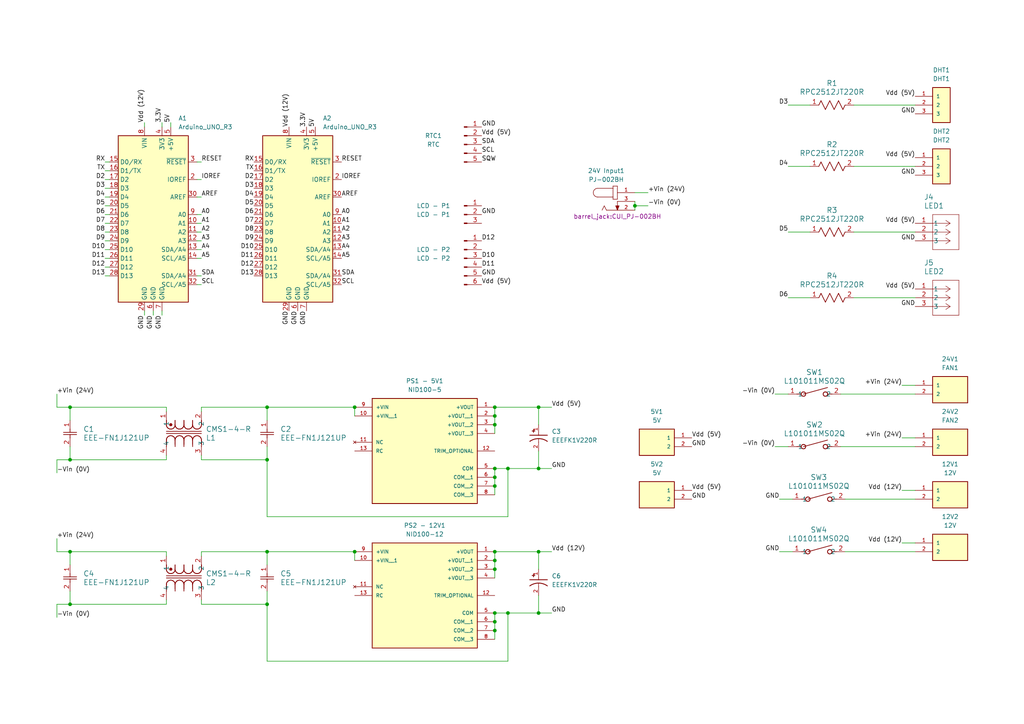
<source format=kicad_sch>
(kicad_sch (version 20230121) (generator eeschema)
  (paper "A4")
  (lib_symbols
    (symbol "120uF_cap:EEE-FN1J121UP" (pin_names (offset 0.254))
      (property "Reference" "C" (at 3.81 3.81 0))
      (property "Value" "EEE-FN1J121UP" (at 3.81 -3.81 0))
      (symbol "EEE-FN1J121UP_1_1"
        (polyline (pts (xy 2.54 0) (xy 3.4798 0)) (stroke (width 0.2032)))
        (polyline (pts (xy 3.4798 -1.905) (xy 3.4798 1.905)) (stroke (width 0.2032)))
        (polyline (pts (xy 4.1148 -1.905) (xy 4.1148 1.905)) (stroke (width 0.2032)))
        (polyline (pts (xy 4.1148 0) (xy 5.08 0)) (stroke (width 0.2032)))
        (pin unspecified line (at 0 0 0) (length 2.54) (name "") (number "1"))
        (pin unspecified line (at 7.62 0 180) (length 2.54) (name "") (number "2"))
      )
      (symbol "EEE-FN1J121UP_1_2"
        (polyline (pts (xy -1.905 -4.1148) (xy 1.905 -4.1148)) (stroke (width 0.2032)))
        (polyline (pts (xy -1.905 -3.4798) (xy 1.905 -3.4798)) (stroke (width 0.2032)))
        (polyline (pts (xy 0 -4.1148) (xy 0 -5.08)) (stroke (width 0.2032)))
        (polyline (pts (xy 0 -2.54) (xy 0 -3.4798)) (stroke (width 0.2032)))
        (pin unspecified line (at 0 0 270) (length 2.54) (name "") (number "1"))
        (pin unspecified line (at 0 -7.62 90) (length 2.54) (name "") (number "2"))
      )
    )
    (symbol "22uF_cap:EEEFK1V220R" (pin_names (offset 1.016))
      (property "Reference" "C" (at -2.54 3.81 0))
      (property "Value" "EEEFK1V220R" (at -2.54 -5.08 0))
      (symbol "EEEFK1V220R_0_0"
        (rectangle (start -1.173 -1.532) (end -0.284 -1.405) (stroke (width 0.1)) (fill (type outline)))
        (rectangle (start -0.792 -1.913) (end -0.665 -1.024) (stroke (width 0.1)) (fill (type outline)))
        (polyline (pts (xy 0 0) (xy 0.508 0)) (stroke (width 0.1524)))
        (polyline (pts (xy 0.508 0) (xy 0.508 -2.54)) (stroke (width 0.254)))
        (polyline (pts (xy 0.508 2.54) (xy 0.508 0)) (stroke (width 0.254)))
        (polyline (pts (xy 2.54 0) (xy 1.524 0)) (stroke (width 0.1524)))
        (arc (start 2.286 2.54) (mid 1.4851 0) (end 2.286 -2.54) (stroke (width 0.254)))
        (pin passive line (at -2.54 0 0) (length 2.54) (name "~") (number "1"))
        (pin passive line (at 5.08 0 180) (length 2.54) (name "~") (number "2"))
      )
    )
    (symbol "Connector:Conn_01x03_Pin" (pin_names (offset 1.016) hide)
      (property "Reference" "J" (at 0 5.08 0))
      (property "Value" "Conn_01x03_Pin" (at 0 -5.08 0))
      (symbol "Conn_01x03_Pin_1_1"
        (polyline (pts (xy 1.27 -2.54) (xy 0.8636 -2.54)) (stroke (width 0.1524)))
        (polyline (pts (xy 1.27 0) (xy 0.8636 0)) (stroke (width 0.1524)))
        (polyline (pts (xy 1.27 2.54) (xy 0.8636 2.54)) (stroke (width 0.1524)))
        (rectangle (start 0.8636 -2.413) (end 0 -2.667) (stroke (width 0.1524)) (fill (type outline)))
        (rectangle (start 0.8636 0.127) (end 0 -0.127) (stroke (width 0.1524)) (fill (type outline)))
        (rectangle (start 0.8636 2.667) (end 0 2.413) (stroke (width 0.1524)) (fill (type outline)))
        (pin passive line (at 5.08 2.54 180) (length 3.81) (name "Pin_1") (number "1"))
        (pin passive line (at 5.08 0 180) (length 3.81) (name "Pin_2") (number "2"))
        (pin passive line (at 5.08 -2.54 180) (length 3.81) (name "Pin_3") (number "3"))
      )
    )
    (symbol "Connector:Conn_01x05_Pin" (pin_names (offset 1.016) hide)
      (property "Reference" "J" (at 0 7.62 0))
      (property "Value" "Conn_01x05_Pin" (at 0 -7.62 0))
      (symbol "Conn_01x05_Pin_1_1"
        (polyline (pts (xy 1.27 -5.08) (xy 0.8636 -5.08)) (stroke (width 0.1524)))
        (polyline (pts (xy 1.27 -2.54) (xy 0.8636 -2.54)) (stroke (width 0.1524)))
        (polyline (pts (xy 1.27 0) (xy 0.8636 0)) (stroke (width 0.1524)))
        (polyline (pts (xy 1.27 2.54) (xy 0.8636 2.54)) (stroke (width 0.1524)))
        (polyline (pts (xy 1.27 5.08) (xy 0.8636 5.08)) (stroke (width 0.1524)))
        (rectangle (start 0.8636 -4.953) (end 0 -5.207) (stroke (width 0.1524)) (fill (type outline)))
        (rectangle (start 0.8636 -2.413) (end 0 -2.667) (stroke (width 0.1524)) (fill (type outline)))
        (rectangle (start 0.8636 0.127) (end 0 -0.127) (stroke (width 0.1524)) (fill (type outline)))
        (rectangle (start 0.8636 2.667) (end 0 2.413) (stroke (width 0.1524)) (fill (type outline)))
        (rectangle (start 0.8636 5.207) (end 0 4.953) (stroke (width 0.1524)) (fill (type outline)))
        (pin passive line (at 5.08 5.08 180) (length 3.81) (name "Pin_1") (number "1"))
        (pin passive line (at 5.08 2.54 180) (length 3.81) (name "Pin_2") (number "2"))
        (pin passive line (at 5.08 0 180) (length 3.81) (name "Pin_3") (number "3"))
        (pin passive line (at 5.08 -2.54 180) (length 3.81) (name "Pin_4") (number "4"))
        (pin passive line (at 5.08 -5.08 180) (length 3.81) (name "Pin_5") (number "5"))
      )
    )
    (symbol "Connector:Conn_01x06_Pin" (pin_names (offset 1.016) hide)
      (property "Reference" "J" (at 0 7.62 0))
      (property "Value" "Conn_01x06_Pin" (at 0 -10.16 0))
      (symbol "Conn_01x06_Pin_1_1"
        (polyline (pts (xy 1.27 -7.62) (xy 0.8636 -7.62)) (stroke (width 0.1524)))
        (polyline (pts (xy 1.27 -5.08) (xy 0.8636 -5.08)) (stroke (width 0.1524)))
        (polyline (pts (xy 1.27 -2.54) (xy 0.8636 -2.54)) (stroke (width 0.1524)))
        (polyline (pts (xy 1.27 0) (xy 0.8636 0)) (stroke (width 0.1524)))
        (polyline (pts (xy 1.27 2.54) (xy 0.8636 2.54)) (stroke (width 0.1524)))
        (polyline (pts (xy 1.27 5.08) (xy 0.8636 5.08)) (stroke (width 0.1524)))
        (rectangle (start 0.8636 -7.493) (end 0 -7.747) (stroke (width 0.1524)) (fill (type outline)))
        (rectangle (start 0.8636 -4.953) (end 0 -5.207) (stroke (width 0.1524)) (fill (type outline)))
        (rectangle (start 0.8636 -2.413) (end 0 -2.667) (stroke (width 0.1524)) (fill (type outline)))
        (rectangle (start 0.8636 0.127) (end 0 -0.127) (stroke (width 0.1524)) (fill (type outline)))
        (rectangle (start 0.8636 2.667) (end 0 2.413) (stroke (width 0.1524)) (fill (type outline)))
        (rectangle (start 0.8636 5.207) (end 0 4.953) (stroke (width 0.1524)) (fill (type outline)))
        (pin passive line (at 5.08 5.08 180) (length 3.81) (name "Pin_1") (number "1"))
        (pin passive line (at 5.08 2.54 180) (length 3.81) (name "Pin_2") (number "2"))
        (pin passive line (at 5.08 0 180) (length 3.81) (name "Pin_3") (number "3"))
        (pin passive line (at 5.08 -2.54 180) (length 3.81) (name "Pin_4") (number "4"))
        (pin passive line (at 5.08 -5.08 180) (length 3.81) (name "Pin_5") (number "5"))
        (pin passive line (at 5.08 -7.62 180) (length 3.81) (name "Pin_6") (number "6"))
      )
    )
    (symbol "MCU_Module:Arduino_UNO_R3"
      (property "Reference" "A" (at -10.16 23.495 0))
      (property "Value" "Arduino_UNO_R3" (at 5.08 -26.67 0))
      (symbol "Arduino_UNO_R3_0_1"
        (rectangle (start -10.16 22.86) (end 10.16 -25.4) (stroke (width 0.254)) (fill (type background)))
      )
      (symbol "Arduino_UNO_R3_1_1"
        (pin no_connect line (at -10.16 -20.32 0) (length 2.54) hide (name "NC") (number "1"))
        (pin bidirectional line (at 12.7 -2.54 180) (length 2.54) (name "A1") (number "10"))
        (pin bidirectional line (at 12.7 -5.08 180) (length 2.54) (name "A2") (number "11"))
        (pin bidirectional line (at 12.7 -7.62 180) (length 2.54) (name "A3") (number "12"))
        (pin bidirectional line (at 12.7 -10.16 180) (length 2.54) (name "SDA/A4") (number "13"))
        (pin bidirectional line (at 12.7 -12.7 180) (length 2.54) (name "SCL/A5") (number "14"))
        (pin bidirectional line (at -12.7 15.24 0) (length 2.54) (name "D0/RX") (number "15"))
        (pin bidirectional line (at -12.7 12.7 0) (length 2.54) (name "D1/TX") (number "16"))
        (pin bidirectional line (at -12.7 10.16 0) (length 2.54) (name "D2") (number "17"))
        (pin bidirectional line (at -12.7 7.62 0) (length 2.54) (name "D3") (number "18"))
        (pin bidirectional line (at -12.7 5.08 0) (length 2.54) (name "D4") (number "19"))
        (pin output line (at 12.7 10.16 180) (length 2.54) (name "IOREF") (number "2"))
        (pin bidirectional line (at -12.7 2.54 0) (length 2.54) (name "D5") (number "20"))
        (pin bidirectional line (at -12.7 0 0) (length 2.54) (name "D6") (number "21"))
        (pin bidirectional line (at -12.7 -2.54 0) (length 2.54) (name "D7") (number "22"))
        (pin bidirectional line (at -12.7 -5.08 0) (length 2.54) (name "D8") (number "23"))
        (pin bidirectional line (at -12.7 -7.62 0) (length 2.54) (name "D9") (number "24"))
        (pin bidirectional line (at -12.7 -10.16 0) (length 2.54) (name "D10") (number "25"))
        (pin bidirectional line (at -12.7 -12.7 0) (length 2.54) (name "D11") (number "26"))
        (pin bidirectional line (at -12.7 -15.24 0) (length 2.54) (name "D12") (number "27"))
        (pin bidirectional line (at -12.7 -17.78 0) (length 2.54) (name "D13") (number "28"))
        (pin power_in line (at -2.54 -27.94 90) (length 2.54) (name "GND") (number "29"))
        (pin input line (at 12.7 15.24 180) (length 2.54) (name "~{RESET}") (number "3"))
        (pin input line (at 12.7 5.08 180) (length 2.54) (name "AREF") (number "30"))
        (pin bidirectional line (at 12.7 -17.78 180) (length 2.54) (name "SDA/A4") (number "31"))
        (pin bidirectional line (at 12.7 -20.32 180) (length 2.54) (name "SCL/A5") (number "32"))
        (pin power_out line (at 2.54 25.4 270) (length 2.54) (name "3V3") (number "4"))
        (pin power_out line (at 5.08 25.4 270) (length 2.54) (name "+5V") (number "5"))
        (pin power_in line (at 0 -27.94 90) (length 2.54) (name "GND") (number "6"))
        (pin power_in line (at 2.54 -27.94 90) (length 2.54) (name "GND") (number "7"))
        (pin power_in line (at -2.54 25.4 270) (length 2.54) (name "VIN") (number "8"))
        (pin bidirectional line (at 12.7 0 180) (length 2.54) (name "A0") (number "9"))
      )
    )
    (symbol "barrel_jack:PJ-002BH" (pin_names (offset 1.016))
      (property "Reference" "J" (at -5.08 5.08 0))
      (property "Value" "PJ-002BH" (at -5.08 -5.08 0))
      (symbol "PJ-002BH_0_0"
        (arc (start -5.715 3.81) (mid -6.9795 2.54) (end -5.715 1.27) (stroke (width 0.1524)))
        (polyline (pts (xy -5.715 3.81) (xy -1.27 3.81)) (stroke (width 0.1524)))
        (polyline (pts (xy -3.81 -1.27) (xy -4.445 -2.54)) (stroke (width 0.1524)))
        (polyline (pts (xy -3.175 -2.54) (xy -3.81 -1.27)) (stroke (width 0.1524)))
        (polyline (pts (xy -1.27 0.635) (xy 0 0.635)) (stroke (width 0.1524)))
        (polyline (pts (xy -1.27 1.27) (xy -5.715 1.27)) (stroke (width 0.1524)))
        (polyline (pts (xy -1.27 1.27) (xy -1.27 0.635)) (stroke (width 0.1524)))
        (polyline (pts (xy -1.27 3.81) (xy -1.27 1.27)) (stroke (width 0.1524)))
        (polyline (pts (xy -1.27 4.445) (xy -1.27 3.81)) (stroke (width 0.1524)))
        (polyline (pts (xy 0 -2.54) (xy -3.175 -2.54)) (stroke (width 0.1524)))
        (polyline (pts (xy 0 0) (xy 0 -2.54)) (stroke (width 0.1524)))
        (polyline (pts (xy 0 0.635) (xy 0 4.445)) (stroke (width 0.1524)))
        (polyline (pts (xy 0 4.445) (xy -1.27 4.445)) (stroke (width 0.1524)))
        (polyline (pts (xy 0 -2.54) (xy -0.508 -1.27) (xy 0.508 -1.27) (xy 0 -2.54)) (stroke (width 0.1524)) (fill (type outline)))
        (pin passive line (at 5.08 2.54 180) (length 5.08) (name "~") (number "1"))
        (pin passive line (at 5.08 -2.54 180) (length 5.08) (name "~") (number "2"))
        (pin passive line (at 5.08 0 180) (length 5.08) (name "~") (number "3"))
      )
    )
    (symbol "choke:CMS1-4-R" (pin_names (offset 0.254))
      (property "Reference" "L" (at 6.35 11.43 0))
      (property "Value" "CMS1-4-R" (at 6.35 8.255 0))
      (symbol "CMS1-4-R_1_1"
        (polyline (pts (xy 2.54 -10.16) (xy 3.81 -10.16)) (stroke (width 0.2032)))
        (polyline (pts (xy 2.54 -10.16) (xy 3.81 -10.16)) (stroke (width 0.2032)))
        (polyline (pts (xy 2.54 -7.62) (xy 3.81 -7.62)) (stroke (width 0.2032)))
        (polyline (pts (xy 2.54 -7.62) (xy 3.81 -7.62)) (stroke (width 0.2032)))
        (polyline (pts (xy 2.54 -5.08) (xy 3.81 -5.08)) (stroke (width 0.2032)))
        (polyline (pts (xy 2.54 -5.08) (xy 3.81 -5.08)) (stroke (width 0.2032)))
        (polyline (pts (xy 2.54 -2.54) (xy 3.81 -2.54)) (stroke (width 0.2032)))
        (polyline (pts (xy 2.54 -2.54) (xy 3.81 -2.54)) (stroke (width 0.2032)))
        (polyline (pts (xy 2.54 0) (xy 3.81 0)) (stroke (width 0.2032)))
        (polyline (pts (xy 2.54 0) (xy 3.81 0)) (stroke (width 0.2032)))
        (polyline (pts (xy 3.683 -1.27) (xy 3.81 -1.27)) (stroke (width 0.508)))
        (polyline (pts (xy 3.683 -1.27) (xy 3.81 -1.27)) (stroke (width 0.508)))
        (polyline (pts (xy 5.715 0) (xy 5.715 -10.16)) (stroke (width 0.2032)))
        (polyline (pts (xy 6.35 0) (xy 6.35 -10.16)) (stroke (width 0.2032)))
        (polyline (pts (xy 9.525 -10.16) (xy 8.255 -10.16)) (stroke (width 0.2032)))
        (polyline (pts (xy 9.525 -7.62) (xy 8.255 -7.62)) (stroke (width 0.2032)))
        (polyline (pts (xy 9.525 -5.08) (xy 8.255 -5.08)) (stroke (width 0.2032)))
        (polyline (pts (xy 9.525 -2.54) (xy 8.255 -2.54)) (stroke (width 0.2032)))
        (polyline (pts (xy 9.525 0) (xy 8.255 0)) (stroke (width 0.2032)))
        (polyline (pts (xy 10.16 -10.16) (xy 8.255 -10.16)) (stroke (width 0.2032)))
        (polyline (pts (xy 10.16 -7.62) (xy 8.255 -7.62)) (stroke (width 0.2032)))
        (polyline (pts (xy 10.16 -5.08) (xy 8.255 -5.08)) (stroke (width 0.2032)))
        (polyline (pts (xy 10.16 -2.54) (xy 8.255 -2.54)) (stroke (width 0.2032)))
        (polyline (pts (xy 10.16 0) (xy 8.255 0)) (stroke (width 0.2032)))
        (arc (start 3.81 -10.16) (mid 5.0745 -8.89) (end 3.81 -7.62) (stroke (width 0.2032)))
        (arc (start 3.81 -10.16) (mid 5.0745 -8.89) (end 3.81 -7.62) (stroke (width 0.2032)))
        (arc (start 3.81 -7.62) (mid 5.0745 -6.35) (end 3.81 -5.08) (stroke (width 0.2032)))
        (arc (start 3.81 -7.62) (mid 5.0745 -6.35) (end 3.81 -5.08) (stroke (width 0.2032)))
        (arc (start 3.81 -5.08) (mid 5.0745 -3.81) (end 3.81 -2.54) (stroke (width 0.2032)))
        (arc (start 3.81 -5.08) (mid 5.0745 -3.81) (end 3.81 -2.54) (stroke (width 0.2032)))
        (arc (start 3.81 -2.54) (mid 5.0745 -1.27) (end 3.81 0) (stroke (width 0.2032)))
        (arc (start 3.81 -2.54) (mid 5.0745 -1.27) (end 3.81 0) (stroke (width 0.2032)))
        (arc (start 3.81 -1.524) (mid 4.0629 -1.27) (end 3.81 -1.016) (stroke (width 0.254)))
        (arc (start 3.81 -1.524) (mid 4.0629 -1.27) (end 3.81 -1.016) (stroke (width 0.254)))
        (arc (start 3.81 -1.524) (mid 4.0629 -1.27) (end 3.81 -1.016) (stroke (width 0.254)))
        (arc (start 3.81 -1.524) (mid 4.0629 -1.27) (end 3.81 -1.016) (stroke (width 0.254)))
        (arc (start 3.81 -1.524) (mid 4.0629 -1.27) (end 3.81 -1.016) (stroke (width 0.254)))
        (arc (start 3.81 -1.524) (mid 4.0629 -1.27) (end 3.81 -1.016) (stroke (width 0.254)))
        (arc (start 3.81 -1.524) (mid 4.0629 -1.27) (end 3.81 -1.016) (stroke (width 0.254)))
        (arc (start 3.81 -1.524) (mid 4.0629 -1.27) (end 3.81 -1.016) (stroke (width 0.254)))
        (arc (start 3.81 -1.524) (mid 4.0629 -1.27) (end 3.81 -1.016) (stroke (width 0.254)))
        (arc (start 3.81 -1.524) (mid 4.0629 -1.27) (end 3.81 -1.016) (stroke (width 0.254)))
        (arc (start 3.81 -1.524) (mid 4.0629 -1.27) (end 3.81 -1.016) (stroke (width 0.254)))
        (arc (start 3.81 -1.524) (mid 4.0629 -1.27) (end 3.81 -1.016) (stroke (width 0.254)))
        (arc (start 3.81 -1.524) (mid 4.0629 -1.27) (end 3.81 -1.016) (stroke (width 0.254)))
        (arc (start 3.81 -1.524) (mid 4.0629 -1.27) (end 3.81 -1.016) (stroke (width 0.254)))
        (arc (start 3.81 -1.016) (mid 3.5571 -1.27) (end 3.81 -1.524) (stroke (width 0.254)))
        (arc (start 3.81 -1.016) (mid 3.5571 -1.27) (end 3.81 -1.524) (stroke (width 0.254)))
        (arc (start 3.81 -1.016) (mid 3.5571 -1.27) (end 3.81 -1.524) (stroke (width 0.254)))
        (arc (start 3.81 -1.016) (mid 3.5571 -1.27) (end 3.81 -1.524) (stroke (width 0.254)))
        (arc (start 3.81 -1.016) (mid 3.5571 -1.27) (end 3.81 -1.524) (stroke (width 0.254)))
        (arc (start 3.81 -1.016) (mid 3.5571 -1.27) (end 3.81 -1.524) (stroke (width 0.254)))
        (arc (start 3.81 -1.016) (mid 3.5571 -1.27) (end 3.81 -1.524) (stroke (width 0.254)))
        (arc (start 3.81 -1.016) (mid 3.5571 -1.27) (end 3.81 -1.524) (stroke (width 0.254)))
        (arc (start 3.81 -1.016) (mid 3.5571 -1.27) (end 3.81 -1.524) (stroke (width 0.254)))
        (arc (start 3.81 -1.016) (mid 3.5571 -1.27) (end 3.81 -1.524) (stroke (width 0.254)))
        (arc (start 3.81 -1.016) (mid 3.5571 -1.27) (end 3.81 -1.524) (stroke (width 0.254)))
        (arc (start 3.81 -1.016) (mid 3.5571 -1.27) (end 3.81 -1.524) (stroke (width 0.254)))
        (arc (start 3.81 -1.016) (mid 3.5571 -1.27) (end 3.81 -1.524) (stroke (width 0.254)))
        (arc (start 3.81 -1.016) (mid 3.5571 -1.27) (end 3.81 -1.524) (stroke (width 0.254)))
        (arc (start 8.255 -7.62) (mid 6.9905 -8.89) (end 8.255 -10.16) (stroke (width 0.2032)))
        (arc (start 8.255 -7.62) (mid 6.9905 -8.89) (end 8.255 -10.16) (stroke (width 0.2032)))
        (arc (start 8.255 -5.08) (mid 6.9905 -6.35) (end 8.255 -7.62) (stroke (width 0.2032)))
        (arc (start 8.255 -5.08) (mid 6.9905 -6.35) (end 8.255 -7.62) (stroke (width 0.2032)))
        (arc (start 8.255 -2.54) (mid 6.9905 -3.81) (end 8.255 -5.08) (stroke (width 0.2032)))
        (arc (start 8.255 -2.54) (mid 6.9905 -3.81) (end 8.255 -5.08) (stroke (width 0.2032)))
        (arc (start 8.255 0) (mid 6.9905 -1.27) (end 8.255 -2.54) (stroke (width 0.2032)))
        (arc (start 8.255 0) (mid 6.9905 -1.27) (end 8.255 -2.54) (stroke (width 0.2032)))
        (pin unspecified line (at 0 0 0) (length 2.54) (name "1") (number "1"))
        (pin unspecified line (at 0 -10.16 0) (length 2.54) (name "2") (number "2"))
        (pin unspecified line (at 12.7 -10.16 180) (length 2.54) (name "3") (number "3"))
        (pin unspecified line (at 12.7 0 180) (length 2.54) (name "4") (number "4"))
      )
    )
    (symbol "dc_regulator:NID100-5" (pin_names (offset 1.016))
      (property "Reference" "PS" (at -15.24 8.382 0))
      (property "Value" "NID100-5" (at -15.24 -25.4 0))
      (symbol "NID100-5_0_0"
        (rectangle (start -15.24 -22.86) (end 15.24 7.62) (stroke (width 0.254)) (fill (type background)))
        (pin output line (at 20.32 5.08 180) (length 5.08) (name "+VOUT") (number "1"))
        (pin input line (at -20.32 2.54 0) (length 5.08) (name "+VIN__1") (number "10"))
        (pin no_connect line (at -20.32 -5.08 0) (length 5.08) (name "NC") (number "11"))
        (pin passive line (at 20.32 -7.62 180) (length 5.08) (name "TRIM_OPTIONAL") (number "12"))
        (pin passive line (at -20.32 -7.62 0) (length 5.08) (name "RC") (number "13"))
        (pin output line (at 20.32 2.54 180) (length 5.08) (name "+VOUT__1") (number "2"))
        (pin output line (at 20.32 0 180) (length 5.08) (name "+VOUT__2") (number "3"))
        (pin output line (at 20.32 -2.54 180) (length 5.08) (name "+VOUT__3") (number "4"))
        (pin passive line (at 20.32 -12.7 180) (length 5.08) (name "COM") (number "5"))
        (pin passive line (at 20.32 -15.24 180) (length 5.08) (name "COM__1") (number "6"))
        (pin passive line (at 20.32 -17.78 180) (length 5.08) (name "COM__2") (number "7"))
        (pin passive line (at 20.32 -20.32 180) (length 5.08) (name "COM__3") (number "8"))
        (pin input line (at -20.32 5.08 0) (length 5.08) (name "+VIN") (number "9"))
      )
    )
    (symbol "molex_tri:0022272031" (pin_names (offset 1.016))
      (property "Reference" "J" (at -2.5438 5.5964 0))
      (property "Value" "0022272031" (at -2.5433 -7.1213 0))
      (symbol "0022272031_0_0"
        (rectangle (start -2.54 -5.08) (end 2.54 5.08) (stroke (width 0.254)) (fill (type background)))
        (pin passive line (at 7.62 2.54 180) (length 5.08) (name "1") (number "1"))
        (pin passive line (at 7.62 0 180) (length 5.08) (name "2") (number "2"))
        (pin passive line (at 7.62 -2.54 180) (length 5.08) (name "3") (number "3"))
      )
    )
    (symbol "smd_220_res:RPC2512JT220R" (pin_names (offset 0.254))
      (property "Reference" "R" (at 5.715 3.81 0))
      (property "Value" "RPC2512JT220R" (at 6.35 -3.81 0))
      (symbol "RPC2512JT220R_1_1"
        (polyline (pts (xy 2.54 0) (xy 3.175 1.27)) (stroke (width 0.2032)))
        (polyline (pts (xy 3.175 1.27) (xy 4.445 -1.27)) (stroke (width 0.2032)))
        (polyline (pts (xy 4.445 -1.27) (xy 5.715 1.27)) (stroke (width 0.2032)))
        (polyline (pts (xy 5.715 1.27) (xy 6.985 -1.27)) (stroke (width 0.2032)))
        (polyline (pts (xy 6.985 -1.27) (xy 8.255 1.27)) (stroke (width 0.2032)))
        (polyline (pts (xy 8.255 1.27) (xy 9.525 -1.27)) (stroke (width 0.2032)))
        (polyline (pts (xy 9.525 -1.27) (xy 10.16 0)) (stroke (width 0.2032)))
        (pin unspecified line (at 0 0 0) (length 2.54) (name "") (number "1"))
        (pin unspecified line (at 12.7 0 180) (length 2.54) (name "") (number "2"))
      )
      (symbol "RPC2512JT220R_1_2"
        (polyline (pts (xy -1.27 3.175) (xy 1.27 4.445)) (stroke (width 0.2032)))
        (polyline (pts (xy -1.27 5.715) (xy 1.27 6.985)) (stroke (width 0.2032)))
        (polyline (pts (xy -1.27 8.255) (xy 1.27 9.525)) (stroke (width 0.2032)))
        (polyline (pts (xy 0 2.54) (xy -1.27 3.175)) (stroke (width 0.2032)))
        (polyline (pts (xy 1.27 4.445) (xy -1.27 5.715)) (stroke (width 0.2032)))
        (polyline (pts (xy 1.27 6.985) (xy -1.27 8.255)) (stroke (width 0.2032)))
        (polyline (pts (xy 1.27 9.525) (xy 0 10.16)) (stroke (width 0.2032)))
        (pin unspecified line (at 0 12.7 270) (length 2.54) (name "") (number "1"))
        (pin unspecified line (at 0 0 90) (length 2.54) (name "") (number "2"))
      )
    )
    (symbol "switch:L101011MS02Q" (pin_names (offset 0.254))
      (property "Reference" "SW" (at 7.62 3.81 0))
      (property "Value" "L101011MS02Q" (at 0 0 0))
      (symbol "L101011MS02Q_0_1"
        (polyline (pts (xy 2.54 0) (xy 3.81 0)) (stroke (width 0.2032)))
        (polyline (pts (xy 4.445 0) (xy 11.43 1.905)) (stroke (width 0.2032)))
        (polyline (pts (xy 12.7 0) (xy 11.43 0)) (stroke (width 0.2032)))
        (circle (center 4.445 0) (radius 0.635) (stroke (width 0.254)))
        (circle (center 10.795 0) (radius 0.635) (stroke (width 0.254)))
        (pin unspecified line (at 0 0 0) (length 2.54) (name "1") (number "1"))
        (pin unspecified line (at 15.24 0 180) (length 2.54) (name "2") (number "2"))
      )
    )
    (symbol "terminal_block_bi:282834-2" (pin_names (offset 1.016))
      (property "Reference" "J" (at -7.62 5.842 0))
      (property "Value" "282834-2" (at -7.62 -5.08 0))
      (symbol "282834-2_0_0"
        (rectangle (start -7.62 -2.54) (end 2.54 5.08) (stroke (width 0.254)) (fill (type background)))
        (pin passive line (at 7.62 2.54 180) (length 5.08) (name "1") (number "1"))
        (pin passive line (at 7.62 0 180) (length 5.08) (name "2") (number "2"))
      )
    )
    (symbol "terminal_block_tri:282834-3" (pin_names (offset 0.254))
      (property "Reference" "J" (at 8.89 6.35 0))
      (property "Value" "282834-3" (at 0 0 0))
      (symbol "282834-3_1_1"
        (polyline (pts (xy 5.08 -7.62) (xy 12.7 -7.62)) (stroke (width 0.127)))
        (polyline (pts (xy 5.08 2.54) (xy 5.08 -7.62)) (stroke (width 0.127)))
        (polyline (pts (xy 10.16 -5.08) (xy 5.08 -5.08)) (stroke (width 0.127)))
        (polyline (pts (xy 10.16 -5.08) (xy 8.89 -5.9267)) (stroke (width 0.127)))
        (polyline (pts (xy 10.16 -5.08) (xy 8.89 -4.2333)) (stroke (width 0.127)))
        (polyline (pts (xy 10.16 -2.54) (xy 5.08 -2.54)) (stroke (width 0.127)))
        (polyline (pts (xy 10.16 -2.54) (xy 8.89 -3.3867)) (stroke (width 0.127)))
        (polyline (pts (xy 10.16 -2.54) (xy 8.89 -1.6933)) (stroke (width 0.127)))
        (polyline (pts (xy 10.16 0) (xy 5.08 0)) (stroke (width 0.127)))
        (polyline (pts (xy 10.16 0) (xy 8.89 -0.8467)) (stroke (width 0.127)))
        (polyline (pts (xy 10.16 0) (xy 8.89 0.8467)) (stroke (width 0.127)))
        (polyline (pts (xy 12.7 -7.62) (xy 12.7 2.54)) (stroke (width 0.127)))
        (polyline (pts (xy 12.7 2.54) (xy 5.08 2.54)) (stroke (width 0.127)))
        (pin unspecified line (at 0 0 0) (length 5.08) (name "1") (number "1"))
        (pin unspecified line (at 0 -2.54 0) (length 5.08) (name "2") (number "2"))
        (pin unspecified line (at 0 -5.08 0) (length 5.08) (name "3") (number "3"))
      )
      (symbol "282834-3_1_2"
        (polyline (pts (xy 5.08 -7.62) (xy 12.7 -7.62)) (stroke (width 0.127)))
        (polyline (pts (xy 5.08 2.54) (xy 5.08 -7.62)) (stroke (width 0.127)))
        (polyline (pts (xy 7.62 -5.08) (xy 5.08 -5.08)) (stroke (width 0.127)))
        (polyline (pts (xy 7.62 -5.08) (xy 8.89 -5.9267)) (stroke (width 0.127)))
        (polyline (pts (xy 7.62 -5.08) (xy 8.89 -4.2333)) (stroke (width 0.127)))
        (polyline (pts (xy 7.62 -2.54) (xy 5.08 -2.54)) (stroke (width 0.127)))
        (polyline (pts (xy 7.62 -2.54) (xy 8.89 -3.3867)) (stroke (width 0.127)))
        (polyline (pts (xy 7.62 -2.54) (xy 8.89 -1.6933)) (stroke (width 0.127)))
        (polyline (pts (xy 7.62 0) (xy 5.08 0)) (stroke (width 0.127)))
        (polyline (pts (xy 7.62 0) (xy 8.89 -0.8467)) (stroke (width 0.127)))
        (polyline (pts (xy 7.62 0) (xy 8.89 0.8467)) (stroke (width 0.127)))
        (polyline (pts (xy 12.7 -7.62) (xy 12.7 2.54)) (stroke (width 0.127)))
        (polyline (pts (xy 12.7 2.54) (xy 5.08 2.54)) (stroke (width 0.127)))
        (pin unspecified line (at 0 0 0) (length 5.08) (name "1") (number "1"))
        (pin unspecified line (at 0 -2.54 0) (length 5.08) (name "2") (number "2"))
        (pin unspecified line (at 0 -5.08 0) (length 5.08) (name "3") (number "3"))
      )
    )
  )
  (junction (at 143.51 120.65))
  (junction (at 143.51 140.97))
  (junction (at 147.32 177.8))
  (junction (at 156.21 118.11))
  (junction (at 143.51 162.56))
  (junction (at 143.51 165.1))
  (junction (at 143.51 123.19))
  (junction (at 143.51 135.89))
  (junction (at 77.47 175.26))
  (junction (at 20.32 118.11))
  (junction (at 143.51 160.02))
  (junction (at 143.51 138.43))
  (junction (at 143.51 177.8))
  (junction (at 77.47 118.11))
  (junction (at 102.87 118.11))
  (junction (at 156.21 160.02))
  (junction (at 147.32 135.89))
  (junction (at 143.51 182.88))
  (junction (at 20.32 175.26))
  (junction (at 156.21 135.89))
  (junction (at 156.21 177.8))
  (junction (at 77.47 160.02))
  (junction (at 143.51 180.34))
  (junction (at 20.32 160.02))
  (junction (at 143.51 118.11))
  (junction (at 184.15 59.69))
  (junction (at 20.32 133.35))
  (junction (at 77.47 133.35))
  (junction (at 102.87 160.02))
  (wire (pts (xy 48.26 133.35) (xy 48.26 132.08)))
  (wire (pts (xy 58.42 133.35) (xy 77.47 133.35)))
  (wire (pts (xy 247.65 86.36) (xy 265.43 86.36)))
  (wire (pts (xy 143.51 123.19) (xy 143.51 125.73)))
  (wire (pts (xy 57.15 74.93) (xy 58.42 74.93)))
  (wire (pts (xy 20.32 171.45) (xy 20.32 175.26)))
  (wire (pts (xy 228.6 86.36) (xy 234.95 86.36)))
  (wire (pts (xy 30.48 69.85) (xy 31.75 69.85)))
  (wire (pts (xy 16.51 175.26) (xy 20.32 175.26)))
  (wire (pts (xy 143.51 165.1) (xy 143.51 167.64)))
  (wire (pts (xy 184.15 59.69) (xy 184.15 60.96)))
  (wire (pts (xy 48.26 160.02) (xy 48.26 161.29)))
  (wire (pts (xy 58.42 175.26) (xy 77.47 175.26)))
  (wire (pts (xy 30.48 67.31) (xy 31.75 67.31)))
  (wire (pts (xy 30.48 80.01) (xy 31.75 80.01)))
  (wire (pts (xy 57.15 46.99) (xy 58.42 46.99)))
  (wire (pts (xy 57.15 72.39) (xy 58.42 72.39)))
  (wire (pts (xy 20.32 121.92) (xy 20.32 118.11)))
  (wire (pts (xy 30.48 64.77) (xy 31.75 64.77)))
  (wire (pts (xy 20.32 129.54) (xy 20.32 133.35)))
  (wire (pts (xy 30.48 59.69) (xy 31.75 59.69)))
  (wire (pts (xy 156.21 160.02) (xy 156.21 165.1)))
  (wire (pts (xy 245.11 144.78) (xy 265.43 144.78)))
  (wire (pts (xy 143.51 118.11) (xy 143.51 120.65)))
  (wire (pts (xy 143.51 177.8) (xy 147.32 177.8)))
  (wire (pts (xy 30.48 52.07) (xy 31.75 52.07)))
  (wire (pts (xy 20.32 160.02) (xy 48.26 160.02)))
  (wire (pts (xy 46.99 91.44) (xy 46.99 90.17)))
  (wire (pts (xy 184.15 55.88) (xy 187.96 55.88)))
  (wire (pts (xy 58.42 118.11) (xy 77.47 118.11)))
  (wire (pts (xy 184.15 59.69) (xy 187.96 59.69)))
  (wire (pts (xy 143.51 180.34) (xy 143.51 177.8)))
  (wire (pts (xy 16.51 175.26) (xy 16.51 179.07)))
  (wire (pts (xy 156.21 135.89) (xy 160.02 135.89)))
  (wire (pts (xy 143.51 143.51) (xy 143.51 140.97)))
  (wire (pts (xy 245.11 160.02) (xy 265.43 160.02)))
  (wire (pts (xy 48.26 175.26) (xy 48.26 173.99)))
  (wire (pts (xy 243.84 129.54) (xy 265.43 129.54)))
  (wire (pts (xy 16.51 156.21) (xy 16.51 160.02)))
  (wire (pts (xy 228.6 114.3) (xy 224.79 114.3)))
  (wire (pts (xy 58.42 160.02) (xy 77.47 160.02)))
  (wire (pts (xy 44.45 91.44) (xy 44.45 90.17)))
  (wire (pts (xy 77.47 149.86) (xy 147.32 149.86)))
  (wire (pts (xy 156.21 177.8) (xy 160.02 177.8)))
  (wire (pts (xy 156.21 130.81) (xy 156.21 135.89)))
  (wire (pts (xy 20.32 133.35) (xy 48.26 133.35)))
  (wire (pts (xy 77.47 133.35) (xy 77.47 149.86)))
  (wire (pts (xy 58.42 133.35) (xy 58.42 132.08)))
  (wire (pts (xy 57.15 80.01) (xy 58.42 80.01)))
  (wire (pts (xy 143.51 135.89) (xy 147.32 135.89)))
  (wire (pts (xy 102.87 160.02) (xy 102.87 162.56)))
  (wire (pts (xy 147.32 149.86) (xy 147.32 135.89)))
  (wire (pts (xy 261.62 142.24) (xy 265.43 142.24)))
  (wire (pts (xy 77.47 129.54) (xy 77.47 133.35)))
  (wire (pts (xy 57.15 82.55) (xy 58.42 82.55)))
  (wire (pts (xy 228.6 48.26) (xy 234.95 48.26)))
  (wire (pts (xy 77.47 191.77) (xy 147.32 191.77)))
  (wire (pts (xy 20.32 175.26) (xy 48.26 175.26)))
  (wire (pts (xy 77.47 171.45) (xy 77.47 175.26)))
  (wire (pts (xy 102.87 118.11) (xy 102.87 120.65)))
  (wire (pts (xy 57.15 69.85) (xy 58.42 69.85)))
  (wire (pts (xy 58.42 161.29) (xy 58.42 160.02)))
  (wire (pts (xy 143.51 140.97) (xy 143.51 138.43)))
  (wire (pts (xy 58.42 175.26) (xy 58.42 173.99)))
  (wire (pts (xy 30.48 57.15) (xy 31.75 57.15)))
  (wire (pts (xy 156.21 118.11) (xy 160.02 118.11)))
  (wire (pts (xy 184.15 58.42) (xy 184.15 59.69)))
  (wire (pts (xy 143.51 162.56) (xy 143.51 165.1)))
  (wire (pts (xy 143.51 118.11) (xy 156.21 118.11)))
  (wire (pts (xy 57.15 62.23) (xy 58.42 62.23)))
  (wire (pts (xy 261.62 127) (xy 265.43 127)))
  (wire (pts (xy 57.15 52.07) (xy 58.42 52.07)))
  (wire (pts (xy 30.48 74.93) (xy 31.75 74.93)))
  (wire (pts (xy 261.62 157.48) (xy 265.43 157.48)))
  (wire (pts (xy 57.15 57.15) (xy 58.42 57.15)))
  (wire (pts (xy 48.26 118.11) (xy 48.26 119.38)))
  (wire (pts (xy 143.51 120.65) (xy 143.51 123.19)))
  (wire (pts (xy 156.21 172.72) (xy 156.21 177.8)))
  (wire (pts (xy 49.53 36.83) (xy 49.53 35.56)))
  (wire (pts (xy 247.65 67.31) (xy 265.43 67.31)))
  (wire (pts (xy 16.51 133.35) (xy 20.32 133.35)))
  (wire (pts (xy 156.21 135.89) (xy 147.32 135.89)))
  (wire (pts (xy 143.51 182.88) (xy 143.51 180.34)))
  (wire (pts (xy 30.48 77.47) (xy 31.75 77.47)))
  (wire (pts (xy 226.06 144.78) (xy 229.87 144.78)))
  (wire (pts (xy 143.51 138.43) (xy 143.51 135.89)))
  (wire (pts (xy 30.48 72.39) (xy 31.75 72.39)))
  (wire (pts (xy 156.21 177.8) (xy 147.32 177.8)))
  (wire (pts (xy 77.47 118.11) (xy 77.47 121.92)))
  (wire (pts (xy 261.62 111.76) (xy 265.43 111.76)))
  (wire (pts (xy 247.65 30.48) (xy 265.43 30.48)))
  (wire (pts (xy 20.32 163.83) (xy 20.32 160.02)))
  (wire (pts (xy 30.48 49.53) (xy 31.75 49.53)))
  (wire (pts (xy 228.6 30.48) (xy 234.95 30.48)))
  (wire (pts (xy 77.47 160.02) (xy 77.47 163.83)))
  (wire (pts (xy 46.99 36.83) (xy 46.99 35.56)))
  (wire (pts (xy 77.47 118.11) (xy 102.87 118.11)))
  (wire (pts (xy 156.21 118.11) (xy 156.21 123.19)))
  (wire (pts (xy 16.51 160.02) (xy 20.32 160.02)))
  (wire (pts (xy 57.15 67.31) (xy 58.42 67.31)))
  (wire (pts (xy 143.51 185.42) (xy 143.51 182.88)))
  (wire (pts (xy 41.91 36.83) (xy 41.91 35.56)))
  (wire (pts (xy 41.91 91.44) (xy 41.91 90.17)))
  (wire (pts (xy 143.51 160.02) (xy 156.21 160.02)))
  (wire (pts (xy 30.48 62.23) (xy 31.75 62.23)))
  (wire (pts (xy 58.42 119.38) (xy 58.42 118.11)))
  (wire (pts (xy 143.51 160.02) (xy 143.51 162.56)))
  (wire (pts (xy 77.47 175.26) (xy 77.47 191.77)))
  (wire (pts (xy 20.32 118.11) (xy 48.26 118.11)))
  (wire (pts (xy 77.47 160.02) (xy 102.87 160.02)))
  (wire (pts (xy 30.48 46.99) (xy 31.75 46.99)))
  (wire (pts (xy 147.32 191.77) (xy 147.32 177.8)))
  (wire (pts (xy 30.48 54.61) (xy 31.75 54.61)))
  (wire (pts (xy 228.6 67.31) (xy 234.95 67.31)))
  (wire (pts (xy 16.51 118.11) (xy 20.32 118.11)))
  (wire (pts (xy 156.21 160.02) (xy 160.02 160.02)))
  (wire (pts (xy 226.06 160.02) (xy 229.87 160.02)))
  (wire (pts (xy 57.15 64.77) (xy 58.42 64.77)))
  (wire (pts (xy 247.65 48.26) (xy 265.43 48.26)))
  (wire (pts (xy 228.6 129.54) (xy 224.79 129.54)))
  (wire (pts (xy 16.51 133.35) (xy 16.51 137.16)))
  (wire (pts (xy 16.51 114.3) (xy 16.51 118.11)))
  (wire (pts (xy 243.84 114.3) (xy 265.43 114.3)))
  (label "D10" (at 73.66 72.39 180))
  (label "Vdd (5V)" (at 265.43 83.82 180))
  (label "D11" (at 73.66 74.93 180))
  (label "SCL" (at 58.42 82.55 0))
  (label "GND" (at 200.66 129.54 0))
  (label "D2" (at 30.48 52.07 180))
  (label "D4" (at 228.6 48.26 180))
  (label "A3" (at 58.42 69.85 0))
  (label "-Vin (0V)" (at 224.79 129.54 180))
  (label "TX" (at 30.48 49.53 180))
  (label "D11" (at 139.7 77.47 0))
  (label "GND" (at 265.43 50.8 180))
  (label "3.3V" (at 46.99 35.56 90))
  (label "SCL" (at 139.7 44.45 0))
  (label "AREF" (at 58.42 57.15 0))
  (label "GND" (at 88.9 90.17 270))
  (label "GND" (at 41.91 91.44 270))
  (label "D5" (at 73.66 59.69 180))
  (label "Vdd (12V)" (at 261.62 142.24 180))
  (label "D12" (at 73.66 77.47 180))
  (label "D5" (at 30.48 59.69 180))
  (label "+Vin (24V)" (at 261.62 111.76 180))
  (label "SDA" (at 139.7 41.91 0))
  (label "D3" (at 30.48 54.61 180))
  (label "Vdd (5V)" (at 200.66 127 0))
  (label "-Vin (0V)" (at 16.51 137.16 0))
  (label "GND" (at 139.7 36.83 0))
  (label "D12" (at 139.7 69.85 0))
  (label "D6" (at 73.66 62.23 180))
  (label "GND" (at 226.06 160.02 180))
  (label "Vdd (12V)" (at 160.02 160.02 0))
  (label "GND" (at 265.43 33.02 180))
  (label "A0" (at 99.06 62.23 0))
  (label "A4" (at 58.42 72.39 0))
  (label "+Vin (24V)" (at 16.51 156.21 0))
  (label "A2" (at 58.42 67.31 0))
  (label "GND" (at 139.7 80.01 0))
  (label "GND" (at 160.02 177.8 0))
  (label "Vdd (5V)" (at 265.43 64.77 180))
  (label "AREF" (at 99.06 57.15 0))
  (label "5V" (at 91.44 36.83 90))
  (label "RX" (at 30.48 46.99 180))
  (label "A1" (at 58.42 64.77 0))
  (label "D4" (at 73.66 57.15 180))
  (label "Vdd (5V)" (at 200.66 142.24 0))
  (label "GND" (at 86.36 90.17 270))
  (label "GND" (at 200.66 144.78 0))
  (label "A5" (at 58.42 74.93 0))
  (label "D2" (at 73.66 52.07 180))
  (label "RX" (at 73.66 46.99 180))
  (label "Vdd (5V)" (at 160.02 118.11 0))
  (label "GND" (at 160.02 135.89 0))
  (label "Vdd (5V)" (at 139.7 82.55 0))
  (label "D8" (at 73.66 67.31 180))
  (label "RESET" (at 99.06 46.99 0))
  (label "IOREF" (at 58.42 52.07 0))
  (label "A4" (at 99.06 72.39 0))
  (label "SDA" (at 58.42 80.01 0))
  (label "GND" (at 83.82 90.17 270))
  (label "D6" (at 228.6 86.36 180))
  (label "D8" (at 30.48 67.31 180))
  (label "GND" (at 265.43 69.85 180))
  (label "D9" (at 30.48 69.85 180))
  (label "Vdd (12V)" (at 83.82 36.83 90))
  (label "IOREF" (at 99.06 52.07 0))
  (label "SQW" (at 139.7 46.99 0))
  (label "+Vin (24V)" (at 261.62 127 180))
  (label "Vdd (5V)" (at 265.43 27.94 180))
  (label "D7" (at 30.48 64.77 180))
  (label "D13" (at 30.48 80.01 180))
  (label "SCL" (at 99.06 82.55 0))
  (label "Vdd (5V)" (at 265.43 45.72 180))
  (label "A3" (at 99.06 69.85 0))
  (label "GND" (at 139.7 62.23 0))
  (label "5V" (at 49.53 35.56 90))
  (label "D3" (at 228.6 30.48 180))
  (label "RESET" (at 58.42 46.99 0))
  (label "GND" (at 46.99 91.44 270))
  (label "-Vin (0V)" (at 16.51 179.07 0))
  (label "Vdd (5V)" (at 139.7 39.37 0))
  (label "A2" (at 99.06 67.31 0))
  (label "Vdd (12V)" (at 261.62 157.48 180))
  (label "-Vin (0V)" (at 224.79 114.3 180))
  (label "D6" (at 30.48 62.23 180))
  (label "D5" (at 228.6 67.31 180))
  (label "-Vin (0V)" (at 187.96 59.69 0))
  (label "+Vin (24V)" (at 16.51 114.3 0))
  (label "TX" (at 73.66 49.53 180))
  (label "D13" (at 73.66 80.01 180))
  (label "D9" (at 73.66 69.85 180))
  (label "GND" (at 265.43 88.9 180))
  (label "D12" (at 30.48 77.47 180))
  (label "GND" (at 44.45 91.44 270))
  (label "GND" (at 226.06 144.78 180))
  (label "A5" (at 99.06 74.93 0))
  (label "SDA" (at 99.06 80.01 0))
  (label "D10" (at 30.48 72.39 180))
  (label "D4" (at 30.48 57.15 180))
  (label "+Vin (24V)" (at 187.96 55.88 0))
  (label "A0" (at 58.42 62.23 0))
  (label "A1" (at 99.06 64.77 0))
  (label "D7" (at 73.66 64.77 180))
  (label "Vdd (12V)" (at 41.91 35.56 90))
  (label "D11" (at 30.48 74.93 180))
  (label "D3" (at 73.66 54.61 180))
  (label "D10" (at 139.7 74.93 0))
  (label "3.3V" (at 88.9 36.83 90))
  (symbol (lib_id "22uF_cap:EEEFK1V220R") (at 156.21 167.64 270) (unit 1)
    (property "Reference" "C6" (at 160.02 167.0666 90) (effects (justify left)))
    (property "Value" "EEEFK1V220R" (at 160.02 169.6066 90) (effects (justify left)))
    (property "Footprint" "22uF_cap:CAP_EEEFK1V220R" (effects hide))
    (property "PARTREV" "10-Oct-19" (effects hide))
    (property "STANDARD" "Manufacturer Recommendations" (effects hide))
    (property "MAXIMUM_PACKAGE_HEIGHT" "5.8mm" (effects hide))
    (property "MANUFACTURER" "Panasonic" (effects hide))
  )
  (symbol (lib_id "terminal_block_bi:282834-2") (at 273.05 160.02 0) (mirror y) (unit 1)
    (property "Reference" "12V2" (at 275.59 149.86 0))
    (property "Value" "12V" (at 275.59 152.4 0))
    (property "Footprint" "terminal_block_bi:TE_282834-2" (effects hide))
    (property "PARTREV" "D" (effects hide))
    (property "STANDARD" "Manufacturer Recommendations" (effects hide))
    (property "SNAPEDA_PN" "282834-2" (effects hide))
    (property "MAXIMUM_PACKAGE_HEIGHT" "10 mm" (effects hide))
    (property "MANUFACTURER" "TE Connectivity" (effects hide))
  )
  (symbol (lib_id "smd_220_res:RPC2512JT220R") (at 234.95 67.31 0) (unit 1)
    (property "Reference" "R3" (at 241.3 60.96 0) (effects (font (size 1.524 1.524))))
    (property "Value" "RPC2512JT220R" (at 241.3 63.5 0) (effects (font (size 1.524 1.524))))
    (property "Footprint" "smd_220_res:STA_RPC2512_STP" (effects hide))
    (property "Datasheet" "RPC2512JT220R" (effects hide))
  )
  (symbol (lib_id "Connector:Conn_01x05_Pin") (at 134.62 41.91 0) (unit 1)
    (property "Reference" "RTC1" (at 125.73 39.37 0))
    (property "Value" "RTC" (at 125.73 41.91 0))
    (property "Footprint" "Connector_PinHeader_2.54mm:PinHeader_1x05_P2.54mm_Vertical" (effects hide))
  )
  (symbol (lib_id "terminal_block_bi:282834-2") (at 193.04 144.78 0) (unit 1)
    (property "Reference" "5V2" (at 190.5 134.62 0))
    (property "Value" "5V" (at 190.5 137.16 0))
    (property "Footprint" "terminal_block_bi:TE_282834-2" (effects hide))
    (property "PARTREV" "D" (effects hide))
    (property "STANDARD" "Manufacturer Recommendations" (effects hide))
    (property "SNAPEDA_PN" "282834-2" (effects hide))
    (property "MAXIMUM_PACKAGE_HEIGHT" "10 mm" (effects hide))
    (property "MANUFACTURER" "TE Connectivity" (effects hide))
  )
  (symbol (lib_id "120uF_cap:EEE-FN1J121UP") (at 20.32 163.83 270) (unit 1)
    (property "Reference" "C4" (at 24.13 166.37 90) (effects (font (size 1.524 1.524)) (justify left)))
    (property "Value" "EEE-FN1J121UP" (at 24.13 168.91 90) (effects (font (size 1.524 1.524)) (justify left)))
    (property "Footprint" "120uF_cap:CAP_FN_G_PAN" (effects hide))
    (property "Datasheet" "EEE-FN1J121UP" (effects hide))
  )
  (symbol (lib_id "smd_220_res:RPC2512JT220R") (at 234.95 86.36 0) (unit 1)
    (property "Reference" "R4" (at 241.3 80.01 0) (effects (font (size 1.524 1.524))))
    (property "Value" "RPC2512JT220R" (at 241.3 82.55 0) (effects (font (size 1.524 1.524))))
    (property "Footprint" "smd_220_res:STA_RPC2512_STP" (effects hide))
    (property "Datasheet" "RPC2512JT220R" (effects hide))
  )
  (symbol (lib_id "Connector:Conn_01x06_Pin") (at 134.62 74.93 0) (unit 1)
    (property "Reference" "LCD - P2" (at 125.73 72.39 0))
    (property "Value" "LCD - P2" (at 125.73 74.93 0))
    (property "Footprint" "Connector_PinHeader_2.54mm:PinHeader_1x06_P2.54mm_Vertical" (effects hide))
  )
  (symbol (lib_id "molex_tri:0022272031") (at 273.05 30.48 0) (mirror y) (unit 1)
    (property "Reference" "DHT1" (at 273.05 20.32 0))
    (property "Value" "DHT1" (at 273.05 22.86 0))
    (property "Footprint" "molex_tri:MOLEX_0022272031" (effects hide))
    (property "PARTREV" "BC1" (effects hide))
    (property "STANDARD" "MANUFACTURER RECOMMENDATION" (effects hide))
    (property "MANUFACTURER" "MOLEX, LLC" (effects hide))
  )
  (symbol (lib_id "choke:CMS1-4-R") (at 48.26 161.29 90) (mirror x) (unit 1)
    (property "Reference" "L2" (at 59.69 168.91 90) (effects (font (size 1.524 1.524)) (justify right)))
    (property "Value" "CMS1-4-R" (at 59.69 166.37 90) (effects (font (size 1.524 1.524)) (justify right)))
    (property "Footprint" "choke:CMS1" (effects hide))
    (property "Datasheet" "CMS1-4-R" (effects hide))
  )
  (symbol (lib_id "terminal_block_bi:282834-2") (at 273.05 114.3 0) (mirror y) (unit 1)
    (property "Reference" "24V1" (at 275.59 104.14 0))
    (property "Value" "FAN1" (at 275.59 106.68 0))
    (property "Footprint" "terminal_block_bi:TE_282834-2" (effects hide))
    (property "PARTREV" "D" (effects hide))
    (property "STANDARD" "Manufacturer Recommendations" (effects hide))
    (property "SNAPEDA_PN" "282834-2" (effects hide))
    (property "MAXIMUM_PACKAGE_HEIGHT" "10 mm" (effects hide))
    (property "MANUFACTURER" "TE Connectivity" (effects hide))
  )
  (symbol (lib_id "120uF_cap:EEE-FN1J121UP") (at 77.47 163.83 270) (unit 1)
    (property "Reference" "C5" (at 81.28 166.37 90) (effects (font (size 1.524 1.524)) (justify left)))
    (property "Value" "EEE-FN1J121UP" (at 81.28 168.91 90) (effects (font (size 1.524 1.524)) (justify left)))
    (property "Footprint" "120uF_cap:CAP_FN_G_PAN" (effects hide))
    (property "Datasheet" "EEE-FN1J121UP" (effects hide))
  )
  (symbol (lib_id "barrel_jack:PJ-002BH") (at 179.07 58.42 0) (unit 1)
    (property "Reference" "24V Input1" (at 175.8342 49.53 0))
    (property "Value" "PJ-002BH" (at 175.8342 52.07 0))
    (property "Footprint" "barrel_jack:CUI_PJ-002BH" (at 179.07 63.5 0) (effects (justify bottom)))
    (property "MF" "CUI Devices" (effects hide))
    (property "DESCRIPTION" "2.5 x 6.5 mm, 5.0 A, Horizontal, Through Hole, Dc Power Jack Connector" (effects hide))
    (property "PACKAGE" "None" (effects hide))
    (property "PRICE" "None" (effects hide))
    (property "CUI_PURCHASE_URL" "https://www.cuidevices.com/product/interconnect/connectors/dc-power-connectors/jacks/pj-002bh?utm_source=snapeda.com&utm_medium=referral&utm_campaign=snapedaBOM" (effects hide))
    (property "MP" "PJ-002BH" (effects hide))
    (property "AVAILABILITY" "In Stock" (effects hide))
    (property "PURCHASE-URL" "https://pricing.snapeda.com/search/part/PJ-002BH/?ref=eda" (effects hide))
  )
  (symbol (lib_id "switch:L101011MS02Q") (at 229.87 160.02 0) (unit 1)
    (property "Reference" "SW4" (at 237.49 153.67 0) (effects (font (size 1.524 1.524))))
    (property "Value" "L101011MS02Q" (at 237.49 156.21 0) (effects (font (size 1.524 1.524))))
    (property "Footprint" "switch:SW_1MS02Q_CNK" (effects hide))
    (property "Datasheet" "L101011MS02Q" (effects hide))
  )
  (symbol (lib_id "smd_220_res:RPC2512JT220R") (at 234.95 48.26 0) (unit 1)
    (property "Reference" "R2" (at 241.3 41.91 0) (effects (font (size 1.524 1.524))))
    (property "Value" "RPC2512JT220R" (at 241.3 44.45 0) (effects (font (size 1.524 1.524))))
    (property "Footprint" "smd_220_res:STA_RPC2512_STP" (effects hide))
    (property "Datasheet" "RPC2512JT220R" (effects hide))
  )
  (symbol (lib_id "switch:L101011MS02Q") (at 228.6 129.54 0) (unit 1)
    (property "Reference" "SW2" (at 236.22 123.19 0) (effects (font (size 1.524 1.524))))
    (property "Value" "L101011MS02Q" (at 236.22 125.73 0) (effects (font (size 1.524 1.524))))
    (property "Footprint" "switch:SW_1MS02Q_CNK" (effects hide))
    (property "Datasheet" "L101011MS02Q" (effects hide))
  )
  (symbol (lib_id "switch:L101011MS02Q") (at 229.87 144.78 0) (unit 1)
    (property "Reference" "SW3" (at 237.49 138.43 0) (effects (font (size 1.524 1.524))))
    (property "Value" "L101011MS02Q" (at 237.49 140.97 0) (effects (font (size 1.524 1.524))))
    (property "Footprint" "switch:SW_1MS02Q_CNK" (effects hide))
    (property "Datasheet" "L101011MS02Q" (effects hide))
  )
  (symbol (lib_id "terminal_block_bi:282834-2") (at 273.05 129.54 0) (mirror y) (unit 1)
    (property "Reference" "24V2" (at 275.59 119.38 0))
    (property "Value" "FAN2" (at 275.59 121.92 0))
    (property "Footprint" "terminal_block_bi:TE_282834-2" (effects hide))
    (property "PARTREV" "D" (effects hide))
    (property "STANDARD" "Manufacturer Recommendations" (effects hide))
    (property "SNAPEDA_PN" "282834-2" (effects hide))
    (property "MAXIMUM_PACKAGE_HEIGHT" "10 mm" (effects hide))
    (property "MANUFACTURER" "TE Connectivity" (effects hide))
  )
  (symbol (lib_id "Connector:Conn_01x03_Pin") (at 134.62 62.23 0) (unit 1)
    (property "Reference" "LCD - P1" (at 125.73 59.69 0))
    (property "Value" "LCD - P1" (at 125.73 62.23 0))
    (property "Footprint" "Connector_PinHeader_2.54mm:PinHeader_1x03_P2.54mm_Vertical" (effects hide))
  )
  (symbol (lib_id "22uF_cap:EEEFK1V220R") (at 156.21 125.73 270) (unit 1)
    (property "Reference" "C3" (at 160.02 125.1566 90) (effects (justify left)))
    (property "Value" "EEEFK1V220R" (at 160.02 127.6966 90) (effects (justify left)))
    (property "Footprint" "22uF_cap:CAP_EEEFK1V220R" (effects hide))
    (property "PARTREV" "10-Oct-19" (effects hide))
    (property "STANDARD" "Manufacturer Recommendations" (effects hide))
    (property "MAXIMUM_PACKAGE_HEIGHT" "5.8mm" (effects hide))
    (property "MANUFACTURER" "Panasonic" (effects hide))
  )
  (symbol (lib_id "MCU_Module:Arduino_UNO_R3") (at 86.36 62.23 0) (unit 1)
    (property "Reference" "A2" (at 93.6341 34.29 0) (effects (justify left)))
    (property "Value" "Arduino_UNO_R3" (at 93.6341 36.83 0) (effects (justify left)))
    (property "Footprint" "Module:Arduino_UNO_R3" (effects hide))
    (property "Datasheet" "https://www.arduino.cc/en/Main/arduinoBoardUno" (effects hide))
  )
  (symbol (lib_id "terminal_block_tri:282834-3") (at 265.43 64.77 0) (unit 1)
    (property "Reference" "J4" (at 267.97 57.15 0) (effects (font (size 1.524 1.524)) (justify left)))
    (property "Value" "LED1" (at 267.97 59.69 0) (effects (font (size 1.524 1.524)) (justify left)))
    (property "Footprint" "terminal_block_tri:CONN_282834-3_TYC" (effects hide))
    (property "Datasheet" "282834-3" (effects hide))
  )
  (symbol (lib_id "MCU_Module:Arduino_UNO_R3") (at 44.45 62.23 0) (unit 1)
    (property "Reference" "A1" (at 51.7241 34.29 0) (effects (justify left)))
    (property "Value" "Arduino_UNO_R3" (at 51.7241 36.83 0) (effects (justify left)))
    (property "Footprint" "Module:Arduino_UNO_R3" (effects hide))
    (property "Datasheet" "https://www.arduino.cc/en/Main/arduinoBoardUno" (effects hide))
  )
  (symbol (lib_id "molex_tri:0022272031") (at 273.05 48.26 0) (mirror y) (unit 1)
    (property "Reference" "DHT2" (at 273.05 38.1 0))
    (property "Value" "DHT2" (at 273.05 40.64 0))
    (property "Footprint" "molex_tri:MOLEX_0022272031" (effects hide))
    (property "PARTREV" "BC1" (effects hide))
    (property "STANDARD" "MANUFACTURER RECOMMENDATION" (effects hide))
    (property "MANUFACTURER" "MOLEX, LLC" (effects hide))
  )
  (symbol (lib_id "120uF_cap:EEE-FN1J121UP") (at 20.32 121.92 270) (unit 1)
    (property "Reference" "C1" (at 24.13 124.46 90) (effects (font (size 1.524 1.524)) (justify left)))
    (property "Value" "EEE-FN1J121UP" (at 24.13 127 90) (effects (font (size 1.524 1.524)) (justify left)))
    (property "Footprint" "120uF_cap:CAP_FN_G_PAN" (effects hide))
    (property "Datasheet" "EEE-FN1J121UP" (effects hide))
  )
  (symbol (lib_id "dc_regulator:NID100-5") (at 123.19 165.1 0) (unit 1)
    (property "Reference" "PS2 - 12V1" (at 123.19 152.4 0))
    (property "Value" "NID100-12" (at 123.19 154.94 0))
    (property "Footprint" "dc_regulator:CONV_NID100-5" (effects hide))
    (property "PARTREV" "2020-10-20" (effects hide))
    (property "STANDARD" "IPC-7351B" (effects hide))
    (property "MAXIMUM_PACKAGE_HEIGHT" "27.5mm" (effects hide))
    (property "MANUFACTURER" "Meanwell" (effects hide))
  )
  (symbol (lib_id "dc_regulator:NID100-5") (at 123.19 123.19 0) (unit 1)
    (property "Reference" "PS1 - 5V1" (at 123.19 110.49 0))
    (property "Value" "NID100-5" (at 123.19 113.03 0))
    (property "Footprint" "dc_regulator:CONV_NID100-5" (effects hide))
    (property "PARTREV" "2020-10-20" (effects hide))
    (property "STANDARD" "IPC-7351B" (effects hide))
    (property "MAXIMUM_PACKAGE_HEIGHT" "27.5mm" (effects hide))
    (property "MANUFACTURER" "Meanwell" (effects hide))
  )
  (symbol (lib_id "terminal_block_bi:282834-2") (at 193.04 129.54 0) (unit 1)
    (property "Reference" "5V1" (at 190.5 119.38 0))
    (property "Value" "5V" (at 190.5 121.92 0))
    (property "Footprint" "terminal_block_bi:TE_282834-2" (effects hide))
    (property "PARTREV" "D" (effects hide))
    (property "STANDARD" "Manufacturer Recommendations" (effects hide))
    (property "SNAPEDA_PN" "282834-2" (effects hide))
    (property "MAXIMUM_PACKAGE_HEIGHT" "10 mm" (effects hide))
    (property "MANUFACTURER" "TE Connectivity" (effects hide))
  )
  (symbol (lib_id "switch:L101011MS02Q") (at 228.6 114.3 0) (unit 1)
    (property "Reference" "SW1" (at 236.22 107.95 0) (effects (font (size 1.524 1.524))))
    (property "Value" "L101011MS02Q" (at 236.22 110.49 0) (effects (font (size 1.524 1.524))))
    (property "Footprint" "switch:SW_1MS02Q_CNK" (effects hide))
    (property "Datasheet" "L101011MS02Q" (effects hide))
  )
  (symbol (lib_id "120uF_cap:EEE-FN1J121UP") (at 77.47 121.92 270) (unit 1)
    (property "Reference" "C2" (at 81.28 124.46 90) (effects (font (size 1.524 1.524)) (justify left)))
    (property "Value" "EEE-FN1J121UP" (at 81.28 127 90) (effects (font (size 1.524 1.524)) (justify left)))
    (property "Footprint" "120uF_cap:CAP_FN_G_PAN" (effects hide))
    (property "Datasheet" "EEE-FN1J121UP" (effects hide))
  )
  (symbol (lib_id "smd_220_res:RPC2512JT220R") (at 234.95 30.48 0) (unit 1)
    (property "Reference" "R1" (at 241.3 24.13 0) (effects (font (size 1.524 1.524))))
    (property "Value" "RPC2512JT220R" (at 241.3 26.67 0) (effects (font (size 1.524 1.524))))
    (property "Footprint" "smd_220_res:STA_RPC2512_STP" (effects hide))
    (property "Datasheet" "RPC2512JT220R" (effects hide))
  )
  (symbol (lib_id "choke:CMS1-4-R") (at 48.26 119.38 90) (mirror x) (unit 1)
    (property "Reference" "L1" (at 59.69 127 90) (effects (font (size 1.524 1.524)) (justify right)))
    (property "Value" "CMS1-4-R" (at 59.69 124.46 90) (effects (font (size 1.524 1.524)) (justify right)))
    (property "Footprint" "choke:CMS1" (effects hide))
    (property "Datasheet" "CMS1-4-R" (effects hide))
  )
  (symbol (lib_id "terminal_block_tri:282834-3") (at 265.43 83.82 0) (unit 1)
    (property "Reference" "J5" (at 267.97 76.2 0) (effects (font (size 1.524 1.524)) (justify left)))
    (property "Value" "LED2" (at 267.97 78.74 0) (effects (font (size 1.524 1.524)) (justify left)))
    (property "Footprint" "terminal_block_tri:CONN_282834-3_TYC" (effects hide))
    (property "Datasheet" "282834-3" (effects hide))
  )
  (symbol (lib_id "terminal_block_bi:282834-2") (at 273.05 144.78 0) (mirror y) (unit 1)
    (property "Reference" "12V1" (at 275.59 134.62 0))
    (property "Value" "12V" (at 275.59 137.16 0))
    (property "Footprint" "terminal_block_bi:TE_282834-2" (effects hide))
    (property "PARTREV" "D" (effects hide))
    (property "STANDARD" "Manufacturer Recommendations" (effects hide))
    (property "SNAPEDA_PN" "282834-2" (effects hide))
    (property "MAXIMUM_PACKAGE_HEIGHT" "10 mm" (effects hide))
    (property "MANUFACTURER" "TE Connectivity" (effects hide))
  )
)
</source>
